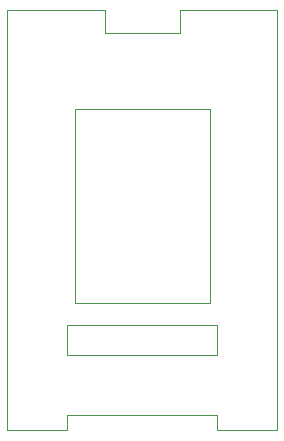
<source format=gm1>
G04 #@! TF.GenerationSoftware,KiCad,Pcbnew,(6.0.5)*
G04 #@! TF.CreationDate,2022-09-25T21:33:28+09:00*
G04 #@! TF.ProjectId,teensy4_header_breakout,7465656e-7379-4345-9f68-65616465725f,rev?*
G04 #@! TF.SameCoordinates,Original*
G04 #@! TF.FileFunction,Profile,NP*
%FSLAX46Y46*%
G04 Gerber Fmt 4.6, Leading zero omitted, Abs format (unit mm)*
G04 Created by KiCad (PCBNEW (6.0.5)) date 2022-09-25 21:33:28*
%MOMM*%
%LPD*%
G01*
G04 APERTURE LIST*
G04 #@! TA.AperFunction,Profile*
%ADD10C,0.050000*%
G04 #@! TD*
G04 APERTURE END LIST*
D10*
X148590000Y-115570000D02*
X148590000Y-80010000D01*
X156845000Y-80010000D02*
X148590000Y-80010000D01*
X154305000Y-104775000D02*
X154305000Y-88417400D01*
X166370000Y-109220000D02*
X166370000Y-106680000D01*
X153670000Y-115570000D02*
X148590000Y-115570000D01*
X154305000Y-88417400D02*
X165735000Y-88417400D01*
X166370000Y-114300000D02*
X153670000Y-114300000D01*
X153670000Y-109220000D02*
X166370000Y-109220000D01*
X171450000Y-80010000D02*
X171450000Y-115570000D01*
X171450000Y-115570000D02*
X166370000Y-115570000D01*
X171450000Y-80010000D02*
X163195000Y-80010000D01*
X163195000Y-80010000D02*
X163195000Y-81915000D01*
X163195000Y-81915000D02*
X156845000Y-81915000D01*
X153670000Y-114300000D02*
X153670000Y-115570000D01*
X156845000Y-81915000D02*
X156845000Y-80010000D01*
X166370000Y-106680000D02*
X153670000Y-106680000D01*
X166370000Y-115570000D02*
X166370000Y-114300000D01*
X165735000Y-88417400D02*
X165735000Y-104775000D01*
X153670000Y-106680000D02*
X153670000Y-109220000D01*
X165735000Y-104775000D02*
X154305000Y-104775000D01*
M02*

</source>
